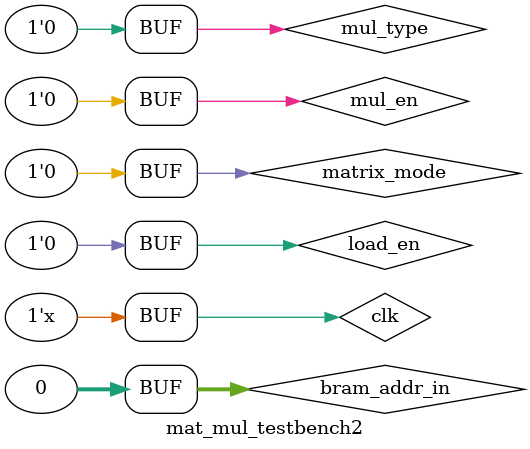
<source format=v>
`timescale 1ns / 1ps
module mat_mul_testbench2(
    );
    
    reg             clk,
                    mul_en,
                    matrix_mode,
                    mul_type;
    
    wire            matrix_mode_out,
                    write_en;
    
    wire [127:0]    peek_out_0,
                    peek_out_1,
                    peek_out_2,
                    peek_out_3,
                    write_in_0,
                    write_in_1,
                    write_in_2,
                    write_in_3,
                    data_in,
                    data_out;
    
    reg [31:0]      bram_addr_in;
    reg             load_en;
    
    wire [31:0]     bram_addr_out,
                    bram_read_0,
                    bram_read_1,
                    bram_read_2,
                    bram_read_3;
    
    wire [127:0]     vertex_result;
                    
    always 
        #5 clk = ~clk;
    
    dummy_bram bram(.addr2(bram_addr_out), 
                    .read1(bram_read_0), 
                    .read2(bram_read_1), 
                    .read3(bram_read_2), 
                    .read4(bram_read_3));
    
    
    matrix_ctrl tester( .clk(clk), 
                        .matrix_mode(matrix_mode_out), 
                        .pop_en(pop_en), 
                        .push_en(push_en), 
                        .data_in(data_in), 
                        .load_en(load_en),
                        .write_en(write_en),
                        .peek_out_0(peek_out_0), 
                        .peek_out_1(peek_out_1), 
                        .peek_out_2(peek_out_2), 
                        .peek_out_3(peek_out_3),
                        .write_in_0(write_in_0), 
                        .write_in_1(write_in_1), 
                        .write_in_2(write_in_2), 
                        .write_in_3(write_in_3) );
    
    matrix_mul matmul(  .clk(clk), 
                        .en(mul_en), 
                        .matrix_mode_in(matrix_mode), 
                        .matrix_mode_out(matrix_mode_out),
                        .mul_type(mul_type), 
                        .bram_addr_in(bram_addr_in), 
                        .bram_addr_out(bram_addr_out), 
                        .bram_read_in_0(bram_read_0), 
                        .bram_read_in_1(bram_read_1), 
                        .bram_read_in_2(bram_read_2), 
                        .bram_read_in_3(bram_read_3),
                        .matrix_peek_0(peek_out_0), 
                        .matrix_peek_1(peek_out_1), 
                        .matrix_peek_2(peek_out_2), 
                        .matrix_peek_3(peek_out_3),
                        .matrix_write_en(write_en), 
                        .matrix_write_out_0(write_in_0), 
                        .matrix_write_out_1(write_in_1), 
                        .matrix_write_out_2(write_in_2), 
                        .matrix_write_out_3(write_in_3),
                        .vector_write_out(vertex_result));
     
     assign data_in = {bram_read_0, bram_read_1, bram_read_2, bram_read_3};
     
     initial begin
        clk <= 0;
        load_en <= 0;
        mul_en <= 0;
        mul_type <= 0;          // 4x1
        matrix_mode <= 0;       // modelview
        bram_addr_in <= 32'h0;  // vertex is [1,5,9,13]
        #5
        load_en <= 1;
        #10
        bram_addr_in <= bram_addr_in + 16;
        load_en <= 0;
        #10
        bram_addr_in <= bram_addr_in + 16;
        #10
        bram_addr_in <= bram_addr_in + 16;
        #10
        bram_addr_in <= 32'h0;
        mul_en <= 1;
        #10
        mul_en <= 0;
        
        
     
     end


endmodule

</source>
